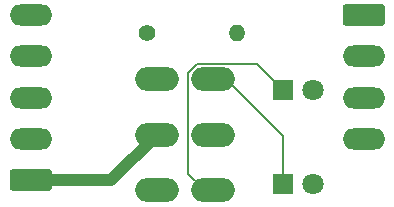
<source format=gbr>
%TF.GenerationSoftware,KiCad,Pcbnew,8.0.2*%
%TF.CreationDate,2024-12-24T22:57:44+01:00*%
%TF.ProjectId,CabControl,43616243-6f6e-4747-926f-6c2e6b696361,rev?*%
%TF.SameCoordinates,Original*%
%TF.FileFunction,Copper,L2,Bot*%
%TF.FilePolarity,Positive*%
%FSLAX46Y46*%
G04 Gerber Fmt 4.6, Leading zero omitted, Abs format (unit mm)*
G04 Created by KiCad (PCBNEW 8.0.2) date 2024-12-24 22:57:44*
%MOMM*%
%LPD*%
G01*
G04 APERTURE LIST*
G04 Aperture macros list*
%AMRoundRect*
0 Rectangle with rounded corners*
0 $1 Rounding radius*
0 $2 $3 $4 $5 $6 $7 $8 $9 X,Y pos of 4 corners*
0 Add a 4 corners polygon primitive as box body*
4,1,4,$2,$3,$4,$5,$6,$7,$8,$9,$2,$3,0*
0 Add four circle primitives for the rounded corners*
1,1,$1+$1,$2,$3*
1,1,$1+$1,$4,$5*
1,1,$1+$1,$6,$7*
1,1,$1+$1,$8,$9*
0 Add four rect primitives between the rounded corners*
20,1,$1+$1,$2,$3,$4,$5,0*
20,1,$1+$1,$4,$5,$6,$7,0*
20,1,$1+$1,$6,$7,$8,$9,0*
20,1,$1+$1,$8,$9,$2,$3,0*%
G04 Aperture macros list end*
%TA.AperFunction,ComponentPad*%
%ADD10O,3.700000X2.000000*%
%TD*%
%TA.AperFunction,ComponentPad*%
%ADD11C,1.400000*%
%TD*%
%TA.AperFunction,ComponentPad*%
%ADD12O,1.400000X1.400000*%
%TD*%
%TA.AperFunction,ComponentPad*%
%ADD13O,3.600000X1.800000*%
%TD*%
%TA.AperFunction,ComponentPad*%
%ADD14RoundRect,0.250000X1.550000X-0.650000X1.550000X0.650000X-1.550000X0.650000X-1.550000X-0.650000X0*%
%TD*%
%TA.AperFunction,ComponentPad*%
%ADD15RoundRect,0.250000X-1.550000X0.650000X-1.550000X-0.650000X1.550000X-0.650000X1.550000X0.650000X0*%
%TD*%
%TA.AperFunction,ComponentPad*%
%ADD16R,1.800000X1.800000*%
%TD*%
%TA.AperFunction,ComponentPad*%
%ADD17C,1.800000*%
%TD*%
%TA.AperFunction,Conductor*%
%ADD18C,0.200000*%
%TD*%
%TA.AperFunction,Conductor*%
%ADD19C,1.000000*%
%TD*%
G04 APERTURE END LIST*
D10*
%TO.P,SW2,6,C*%
%TO.N,/trafo A*%
X148940574Y-84739534D03*
%TO.P,SW2,5,B*%
%TO.N,/spoor*%
X148940574Y-80039534D03*
%TO.P,SW2,4,A*%
%TO.N,/trafo B*%
X148940574Y-75339534D03*
%TO.P,SW2,3,C*%
%TO.N,/LED A*%
X153740574Y-84739534D03*
%TO.P,SW2,2,B*%
%TO.N,Net-(SW2A-B)*%
X153740574Y-80039534D03*
%TO.P,SW2,1,A*%
%TO.N,/LED B*%
X153740574Y-75339534D03*
%TD*%
D11*
%TO.P,R1,1*%
%TO.N,Net-(SW2A-B)*%
X148159574Y-71402534D03*
D12*
%TO.P,R1,2*%
%TO.N,GND*%
X155779574Y-71402534D03*
%TD*%
D13*
%TO.P,J2,5,Pin_5*%
%TO.N,GND*%
X138284074Y-69902534D03*
%TO.P,J2,4,Pin_4*%
%TO.N,VCC*%
X138284074Y-73402534D03*
%TO.P,J2,3,Pin_3*%
%TO.N,/trafo B*%
X138284074Y-76902534D03*
%TO.P,J2,2,Pin_2*%
%TO.N,/trafo A*%
X138284074Y-80402534D03*
D14*
%TO.P,J2,1,Pin_1*%
%TO.N,/spoor*%
X138284074Y-83902534D03*
%TD*%
D13*
%TO.P,J1,4,Pin_4*%
%TO.N,/trafo A*%
X166469574Y-80402534D03*
%TO.P,J1,3,Pin_3*%
%TO.N,/trafo B*%
X166469574Y-76902534D03*
%TO.P,J1,2,Pin_2*%
%TO.N,VCC*%
X166469574Y-73402534D03*
D15*
%TO.P,J1,1,Pin_1*%
%TO.N,GND*%
X166469574Y-69902534D03*
%TD*%
D16*
%TO.P,D1,1,K*%
%TO.N,/LED A*%
X159608574Y-76229534D03*
D17*
%TO.P,D1,2,A*%
%TO.N,VCC*%
X162148574Y-76229534D03*
%TD*%
%TO.P,D2,2,A*%
%TO.N,VCC*%
X162148574Y-84229534D03*
D16*
%TO.P,D2,1,K*%
%TO.N,/LED B*%
X159608574Y-84229534D03*
%TD*%
D18*
%TO.N,/LED B*%
X159608574Y-80166534D02*
X159608574Y-84229534D01*
X153740574Y-75339534D02*
X154781574Y-75339534D01*
X154781574Y-75339534D02*
X159608574Y-80166534D01*
%TO.N,/LED A*%
X157418574Y-74039534D02*
X159608574Y-76229534D01*
X152352096Y-74039534D02*
X157418574Y-74039534D01*
X151590574Y-74801056D02*
X152352096Y-74039534D01*
X153005574Y-84739534D02*
X151590574Y-83324534D01*
X153740574Y-84739534D02*
X153005574Y-84739534D01*
X151590574Y-83324534D02*
X151590574Y-74801056D01*
D19*
%TO.N,/spoor*%
X145077574Y-83902534D02*
X138284074Y-83902534D01*
X148940574Y-80039534D02*
X145077574Y-83902534D01*
%TD*%
M02*

</source>
